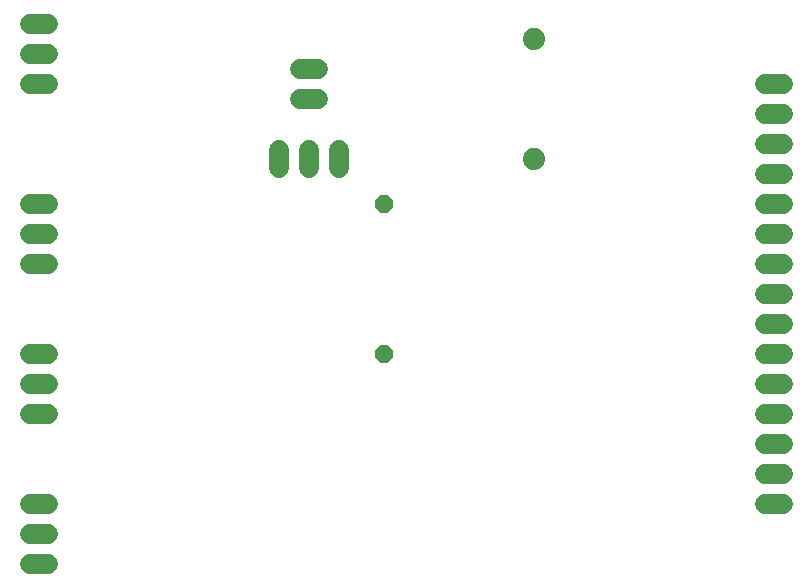
<source format=gbs>
G75*
%MOIN*%
%OFA0B0*%
%FSLAX25Y25*%
%IPPOS*%
%LPD*%
%AMOC8*
5,1,8,0,0,1.08239X$1,22.5*
%
%ADD10C,0.07400*%
%ADD11C,0.06800*%
%ADD12OC8,0.06000*%
D10*
X0221000Y0161000D03*
X0221000Y0201000D03*
D11*
X0059000Y0026000D02*
X0053000Y0026000D01*
X0053000Y0036000D02*
X0059000Y0036000D01*
X0059000Y0046000D02*
X0053000Y0046000D01*
X0053000Y0076000D02*
X0059000Y0076000D01*
X0059000Y0086000D02*
X0053000Y0086000D01*
X0053000Y0096000D02*
X0059000Y0096000D01*
X0059000Y0126000D02*
X0053000Y0126000D01*
X0053000Y0136000D02*
X0059000Y0136000D01*
X0059000Y0146000D02*
X0053000Y0146000D01*
X0053000Y0186000D02*
X0059000Y0186000D01*
X0059000Y0196000D02*
X0053000Y0196000D01*
X0053000Y0206000D02*
X0059000Y0206000D01*
X0136000Y0164000D02*
X0136000Y0158000D01*
X0146000Y0158000D02*
X0146000Y0164000D01*
X0156000Y0164000D02*
X0156000Y0158000D01*
X0149000Y0181000D02*
X0143000Y0181000D01*
X0143000Y0191000D02*
X0149000Y0191000D01*
X0298000Y0186000D02*
X0304000Y0186000D01*
X0304000Y0176000D02*
X0298000Y0176000D01*
X0298000Y0166000D02*
X0304000Y0166000D01*
X0304000Y0156000D02*
X0298000Y0156000D01*
X0298000Y0146000D02*
X0304000Y0146000D01*
X0304000Y0136000D02*
X0298000Y0136000D01*
X0298000Y0126000D02*
X0304000Y0126000D01*
X0304000Y0116000D02*
X0298000Y0116000D01*
X0298000Y0106000D02*
X0304000Y0106000D01*
X0304000Y0096000D02*
X0298000Y0096000D01*
X0298000Y0086000D02*
X0304000Y0086000D01*
X0304000Y0076000D02*
X0298000Y0076000D01*
X0298000Y0066000D02*
X0304000Y0066000D01*
X0304000Y0056000D02*
X0298000Y0056000D01*
X0298000Y0046000D02*
X0304000Y0046000D01*
D12*
X0171000Y0096000D03*
X0171000Y0146000D03*
M02*

</source>
